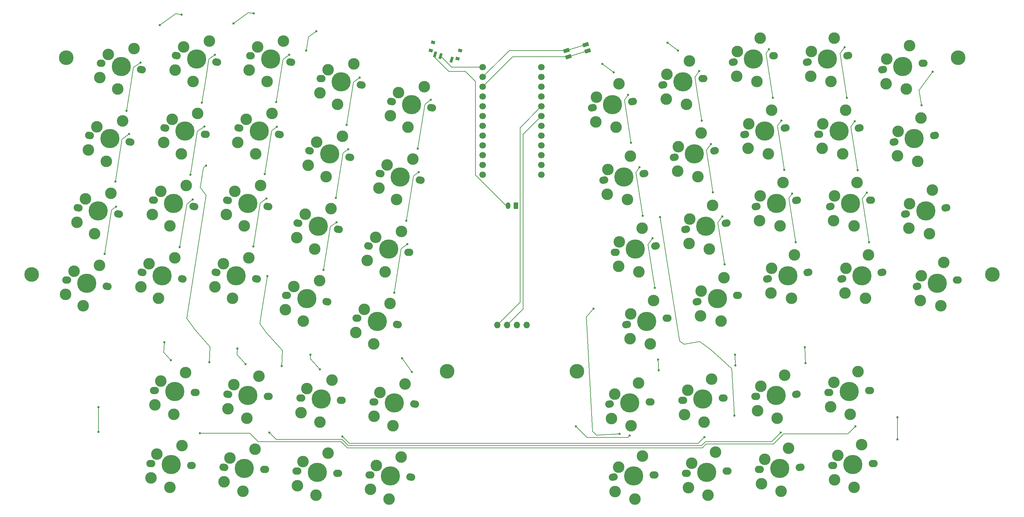
<source format=gbr>
%TF.GenerationSoftware,KiCad,Pcbnew,9.0.2-9.0.2-0~ubuntu24.04.1*%
%TF.CreationDate,2025-06-01T16:16:24+02:00*%
%TF.ProjectId,gandalf,67616e64-616c-4662-9e6b-696361645f70,v1.0.0*%
%TF.SameCoordinates,Original*%
%TF.FileFunction,Copper,L1,Top*%
%TF.FilePolarity,Positive*%
%FSLAX46Y46*%
G04 Gerber Fmt 4.6, Leading zero omitted, Abs format (unit mm)*
G04 Created by KiCad (PCBNEW 9.0.2-9.0.2-0~ubuntu24.04.1) date 2025-06-01 16:16:24*
%MOMM*%
%LPD*%
G01*
G04 APERTURE LIST*
G04 Aperture macros list*
%AMRoundRect*
0 Rectangle with rounded corners*
0 $1 Rounding radius*
0 $2 $3 $4 $5 $6 $7 $8 $9 X,Y pos of 4 corners*
0 Add a 4 corners polygon primitive as box body*
4,1,4,$2,$3,$4,$5,$6,$7,$8,$9,$2,$3,0*
0 Add four circle primitives for the rounded corners*
1,1,$1+$1,$2,$3*
1,1,$1+$1,$4,$5*
1,1,$1+$1,$6,$7*
1,1,$1+$1,$8,$9*
0 Add four rect primitives between the rounded corners*
20,1,$1+$1,$2,$3,$4,$5,0*
20,1,$1+$1,$4,$5,$6,$7,0*
20,1,$1+$1,$6,$7,$8,$9,0*
20,1,$1+$1,$8,$9,$2,$3,0*%
%AMRotRect*
0 Rectangle, with rotation*
0 The origin of the aperture is its center*
0 $1 length*
0 $2 width*
0 $3 Rotation angle, in degrees counterclockwise*
0 Add horizontal line*
21,1,$1,$2,0,0,$3*%
G04 Aperture macros list end*
%TA.AperFunction,ComponentPad*%
%ADD10C,3.800000*%
%TD*%
%TA.AperFunction,ComponentPad*%
%ADD11C,1.700000*%
%TD*%
%TA.AperFunction,SMDPad,CuDef*%
%ADD12RotRect,0.700000X1.500000X163.000000*%
%TD*%
%TA.AperFunction,SMDPad,CuDef*%
%ADD13RotRect,1.000000X0.800000X163.000000*%
%TD*%
%TA.AperFunction,SMDPad,CuDef*%
%ADD14RotRect,1.550000X1.000000X197.000000*%
%TD*%
%TA.AperFunction,ComponentPad*%
%ADD15O,1.700000X1.700000*%
%TD*%
%TA.AperFunction,ComponentPad*%
%ADD16O,1.200000X1.750000*%
%TD*%
%TA.AperFunction,ComponentPad*%
%ADD17RoundRect,0.240000X-0.360000X-0.635000X0.360000X-0.635000X0.360000X0.635000X-0.360000X0.635000X0*%
%TD*%
%TA.AperFunction,ComponentPad*%
%ADD18C,1.900000*%
%TD*%
%TA.AperFunction,ComponentPad*%
%ADD19C,3.000000*%
%TD*%
%TA.AperFunction,ComponentPad*%
%ADD20C,5.000000*%
%TD*%
%TA.AperFunction,ViaPad*%
%ADD21C,0.600000*%
%TD*%
%TA.AperFunction,Conductor*%
%ADD22C,0.200000*%
%TD*%
G04 APERTURE END LIST*
D10*
%TO.P,H1,*%
%TO.N,*%
X77540174Y-51444051D03*
%TD*%
D11*
%TO.P,MCU1,12*%
%TO.N,RUP*%
X200942077Y-81865994D03*
%TO.P,MCU1,13*%
%TO.N,LUP*%
X185702077Y-81865995D03*
%TO.P,MCU1,11*%
%TO.N,RBO*%
X200942077Y-79325997D03*
%TO.P,MCU1,14*%
%TO.N,LBO*%
X185702077Y-79325997D03*
%TO.P,MCU1,10*%
%TO.N,RHO*%
X200942077Y-76785995D03*
%TO.P,MCU1,15*%
%TO.N,LHO*%
X185702077Y-76785995D03*
%TO.P,MCU1,9*%
%TO.N,RTO*%
X200942077Y-74245995D03*
%TO.P,MCU1,16*%
%TO.N,LTO*%
X185702077Y-74245995D03*
%TO.P,MCU1,8*%
%TO.N,RNU*%
X200942077Y-71705995D03*
%TO.P,MCU1,17*%
%TO.N,LNU*%
X185702078Y-71705995D03*
%TO.P,MCU1,7*%
%TO.N,CIN*%
X200942077Y-69165995D03*
%TO.P,MCU1,18*%
%TO.N,CMI*%
X185702077Y-69165995D03*
%TO.P,MCU1,6*%
%TO.N,SCL*%
X200942077Y-66625995D03*
%TO.P,MCU1,19*%
%TO.N,CRN*%
X185702077Y-66625995D03*
%TO.P,MCU1,5*%
%TO.N,SDA*%
X200942077Y-64085995D03*
%TO.P,MCU1,20*%
%TO.N,CPN*%
X185702077Y-64085995D03*
%TO.P,MCU1,4*%
%TO.N,GND*%
X200942076Y-61545995D03*
%TO.P,MCU1,21*%
%TO.N,VCC*%
X185702077Y-61545995D03*
%TO.P,MCU1,3*%
%TO.N,GND*%
X200942077Y-59005995D03*
%TO.P,MCU1,22*%
%TO.N,RST*%
X185702077Y-59005995D03*
%TO.P,MCU1,2*%
%TO.N,CID*%
X200942077Y-56465995D03*
%TO.P,MCU1,23*%
%TO.N,GND*%
X185702077Y-56465995D03*
%TO.P,MCU1,1*%
%TO.N,CLO*%
X200942077Y-53925993D03*
%TO.P,MCU1,24*%
%TO.N,RAW*%
X185702077Y-53925993D03*
%TD*%
D10*
%TO.P,H3,*%
%TO.N,*%
X68623409Y-107742294D03*
%TD*%
%TO.P,H6,*%
%TO.N,*%
X210132652Y-132929799D03*
%TD*%
D12*
%TO.P,PWR1,3*%
%TO.N,BAT_P*%
X173360548Y-50599662D03*
%TO.P,PWR1,2*%
%TO.N,RAW*%
X174795017Y-51038217D03*
%TO.P,PWR1,1*%
%TO.N,N/C*%
X177663923Y-51915336D03*
D13*
%TO.P,PWR1,*%
%TO.N,*%
X179838934Y-49589621D03*
X179192788Y-51703051D03*
X172211768Y-49568744D03*
X172857910Y-47455306D03*
%TD*%
D14*
%TO.P,RST1,4*%
%TO.N,RST*%
X207957717Y-51178639D03*
%TO.P,RST1,3*%
%TO.N,GND*%
X207460690Y-49552918D03*
%TO.P,RST1,2*%
%TO.N,RST*%
X212978316Y-49643686D03*
%TO.P,RST1,1*%
%TO.N,GND*%
X212481289Y-48017965D03*
%TD*%
D15*
%TO.P,DISP1,4*%
%TO.N,GND*%
X197132074Y-120858148D03*
%TO.P,DISP1,3*%
%TO.N,VCC*%
X194592074Y-120858150D03*
%TO.P,DISP1,2*%
%TO.N,SCL*%
X192052074Y-120858150D03*
%TO.P,DISP1,1*%
%TO.N,SDA*%
X189512074Y-120858148D03*
%TD*%
D10*
%TO.P,H2,*%
%TO.N,*%
X309103977Y-51444049D03*
%TD*%
D16*
%TO.P,JST1,2*%
%TO.N,BAT_P*%
X192322071Y-89873309D03*
D17*
%TO.P,JST1,1*%
%TO.N,GND*%
X194322071Y-89873309D03*
%TD*%
D10*
%TO.P,H4,*%
%TO.N,*%
X318020734Y-107742287D03*
%TD*%
%TO.P,H5,*%
%TO.N,*%
X176511493Y-132929800D03*
%TD*%
D18*
%TO.P,S31,*%
%TO.N,*%
X253538829Y-71381823D03*
X253953659Y-71316120D03*
D19*
X254619303Y-75007438D03*
X254810679Y-68608721D03*
X259901901Y-76398179D03*
D20*
X258971115Y-70521434D03*
D19*
X260685157Y-65106633D03*
D18*
X263988571Y-69726748D03*
X264403401Y-69661045D03*
%TD*%
%TO.P,S16,*%
%TO.N,*%
X143509777Y-56830288D03*
X143924606Y-56895992D03*
D19*
X143416991Y-60612337D03*
X145576313Y-54585934D03*
X148011277Y-63567423D03*
D20*
X148942062Y-57690678D03*
D19*
X152245477Y-53070565D03*
D18*
X153959518Y-58485364D03*
X154374347Y-58551068D03*
%TD*%
%TO.P,S15,*%
%TO.N,*%
X140537524Y-75596364D03*
X140952353Y-75662068D03*
D19*
X140444738Y-79378413D03*
X142604060Y-73352010D03*
X145039024Y-82333499D03*
D20*
X145969809Y-76456754D03*
D19*
X149273224Y-71836641D03*
D18*
X150987265Y-77251440D03*
X151402094Y-77317144D03*
%TD*%
%TO.P,S14,*%
%TO.N,*%
X137565269Y-94362447D03*
X137980098Y-94428151D03*
D19*
X137472483Y-98144496D03*
X139631805Y-92118093D03*
X142066769Y-101099582D03*
D20*
X142997554Y-95222837D03*
D19*
X146300969Y-90602724D03*
D18*
X148015010Y-96017523D03*
X148429839Y-96083227D03*
%TD*%
%TO.P,S13,*%
%TO.N,*%
X134593011Y-113128519D03*
X135007840Y-113194223D03*
D19*
X134500225Y-116910568D03*
X136659547Y-110884165D03*
X139094511Y-119865654D03*
D20*
X140025296Y-113988909D03*
D19*
X143328711Y-109368796D03*
D18*
X145042752Y-114783595D03*
X145457581Y-114849299D03*
%TD*%
%TO.P,S12,*%
%TO.N,*%
X125212999Y-50894970D03*
X125627828Y-50960674D03*
D19*
X125120213Y-54677019D03*
X127279535Y-48650616D03*
X129714499Y-57632105D03*
D20*
X130645284Y-51755360D03*
D19*
X133948699Y-47135247D03*
D18*
X135662740Y-52550046D03*
X136077569Y-52615750D03*
%TD*%
%TO.P,S11,*%
%TO.N,*%
X122240746Y-69661043D03*
X122655575Y-69726747D03*
D19*
X122147960Y-73443092D03*
X124307282Y-67416689D03*
X126742246Y-76398178D03*
D20*
X127673031Y-70521433D03*
D19*
X130976446Y-65901320D03*
D18*
X132690487Y-71316119D03*
X133105316Y-71381823D03*
%TD*%
%TO.P,S10,*%
%TO.N,*%
X119268496Y-88427127D03*
X119683325Y-88492831D03*
D19*
X119175710Y-92209176D03*
X121335032Y-86182773D03*
X123769996Y-95164262D03*
D20*
X124700781Y-89287517D03*
D19*
X128004196Y-84667404D03*
D18*
X129718237Y-90082203D03*
X130133066Y-90147907D03*
%TD*%
%TO.P,S9,*%
%TO.N,*%
X116296239Y-107193201D03*
X116711068Y-107258905D03*
D19*
X116203453Y-110975250D03*
X118362775Y-104948847D03*
X120797739Y-113930336D03*
D20*
X121728524Y-108053591D03*
D19*
X125031939Y-103433478D03*
D18*
X126745980Y-108848277D03*
X127160809Y-108913981D03*
%TD*%
%TO.P,S46,*%
%TO.N,*%
X138260135Y-139841411D03*
X138679559Y-139863392D03*
D19*
X138563189Y-143612441D03*
X140080751Y-137393339D03*
X143441198Y-146071105D03*
D20*
X143752597Y-140129259D03*
D19*
X146554983Y-135189154D03*
D18*
X148825635Y-140395126D03*
X149245059Y-140417107D03*
%TD*%
%TO.P,S44,*%
%TO.N,*%
X119286178Y-138847028D03*
X119705602Y-138869009D03*
D19*
X119589232Y-142618058D03*
X121106794Y-136398956D03*
X124467241Y-145076722D03*
D20*
X124778640Y-139134876D03*
D19*
X127581026Y-134194771D03*
D18*
X129851678Y-139400743D03*
X130271102Y-139422724D03*
%TD*%
%TO.P,S50,*%
%TO.N,*%
X275347015Y-138428338D03*
X275766439Y-138406357D03*
D19*
X276042589Y-142147030D03*
X276901765Y-135803371D03*
X281150877Y-144082332D03*
D20*
X280839477Y-138140490D03*
D19*
X283110130Y-132934518D03*
D18*
X285912515Y-137874623D03*
X286331939Y-137852642D03*
%TD*%
%TO.P,S43,*%
%TO.N,*%
X118291783Y-157820985D03*
X118711207Y-157842966D03*
D19*
X118594837Y-161592015D03*
X120112399Y-155372913D03*
X123472846Y-164050679D03*
D20*
X123784245Y-158108833D03*
D19*
X126586631Y-153168728D03*
D18*
X128857283Y-158374700D03*
X129276707Y-158396681D03*
%TD*%
%TO.P,S30,*%
%TO.N,*%
X256511082Y-90147899D03*
X256925912Y-90082196D03*
D19*
X257591556Y-93773514D03*
X257782932Y-87374797D03*
X262874154Y-95164255D03*
D20*
X261943368Y-89287510D03*
D19*
X263657410Y-83872709D03*
D18*
X266960824Y-88492824D03*
X267375654Y-88427121D03*
%TD*%
%TO.P,S29,*%
%TO.N,*%
X259483340Y-108913975D03*
X259898170Y-108848272D03*
D19*
X260563814Y-112539590D03*
X260755190Y-106140873D03*
X265846412Y-113930331D03*
D20*
X264915626Y-108053586D03*
D19*
X266629668Y-102638785D03*
D18*
X269933082Y-107258900D03*
X270347912Y-107193197D03*
%TD*%
%TO.P,S28,*%
%TO.N,*%
X269801955Y-52606554D03*
X270216785Y-52540851D03*
D19*
X270882429Y-56232169D03*
X271073805Y-49833452D03*
X276165027Y-57622910D03*
D20*
X275234241Y-51746165D03*
D19*
X276948283Y-46331364D03*
D18*
X280251697Y-50951479D03*
X280666527Y-50885776D03*
%TD*%
%TO.P,S27,*%
%TO.N,*%
X272774211Y-71372630D03*
X273189041Y-71306927D03*
D19*
X273854685Y-74998245D03*
X274046061Y-68599528D03*
X279137283Y-76388986D03*
D20*
X278206497Y-70512241D03*
D19*
X279920539Y-65097440D03*
D18*
X283223953Y-69717555D03*
X283638783Y-69651852D03*
%TD*%
%TO.P,S23,*%
%TO.N,*%
X292322459Y-73338822D03*
X292737289Y-73273119D03*
D19*
X293402933Y-76964437D03*
X293594309Y-70565720D03*
X298685531Y-78355178D03*
D20*
X297754745Y-72478433D03*
D19*
X299468787Y-67063632D03*
D18*
X302772201Y-71683747D03*
X303187031Y-71618044D03*
%TD*%
%TO.P,S39,*%
%TO.N,*%
X216945281Y-83252467D03*
X217360111Y-83186764D03*
D19*
X218025755Y-86878082D03*
X218217131Y-80479365D03*
X223308353Y-88268823D03*
D20*
X222377567Y-82392078D03*
D19*
X224091609Y-76977277D03*
D18*
X227395023Y-81597392D03*
X227809853Y-81531689D03*
%TD*%
%TO.P,S8,*%
%TO.N,*%
X105977624Y-50885773D03*
X106392453Y-50951477D03*
D19*
X105884838Y-54667822D03*
X108044160Y-48641419D03*
X110479124Y-57622908D03*
D20*
X111409909Y-51746163D03*
D19*
X114713324Y-47126050D03*
D18*
X116427365Y-52540849D03*
X116842194Y-52606553D03*
%TD*%
%TO.P,S49,*%
%TO.N,*%
X276341404Y-157402303D03*
X276760828Y-157380322D03*
D19*
X277036978Y-161120995D03*
X277896154Y-154777336D03*
X282145266Y-163056297D03*
D20*
X281833866Y-157114455D03*
D19*
X284104519Y-151908483D03*
D18*
X286906904Y-156848588D03*
X287326328Y-156826607D03*
%TD*%
%TO.P,S56,*%
%TO.N,*%
X218425137Y-141411484D03*
X218844561Y-141389503D03*
D19*
X219120711Y-145130176D03*
X219979887Y-138786517D03*
X224228999Y-147065478D03*
D20*
X223917599Y-141123636D03*
D19*
X226188252Y-135917664D03*
D18*
X228990637Y-140857769D03*
X229410061Y-140835788D03*
%TD*%
%TO.P,S7,*%
%TO.N,*%
X103005366Y-69651851D03*
X103420195Y-69717555D03*
D19*
X102912580Y-73433900D03*
X105071902Y-67407497D03*
X107506866Y-76388986D03*
D20*
X108437651Y-70512241D03*
D19*
X111741066Y-65892128D03*
D18*
X113455107Y-71306927D03*
X113869936Y-71372631D03*
%TD*%
%TO.P,S6,*%
%TO.N,*%
X100033114Y-88417924D03*
X100447943Y-88483628D03*
D19*
X99940328Y-92199973D03*
X102099650Y-86173570D03*
X104534614Y-95155059D03*
D20*
X105465399Y-89278314D03*
D19*
X108768814Y-84658201D03*
D18*
X110482855Y-90073000D03*
X110897684Y-90138704D03*
%TD*%
%TO.P,S5,*%
%TO.N,*%
X97060858Y-107184011D03*
X97475687Y-107249715D03*
D19*
X96968072Y-110966060D03*
X99127394Y-104939657D03*
X101562358Y-113921146D03*
D20*
X102493143Y-108044401D03*
D19*
X105796558Y-103424288D03*
D18*
X107510599Y-108839087D03*
X107925428Y-108904791D03*
%TD*%
%TO.P,S4,*%
%TO.N,*%
X86429372Y-52851961D03*
X86844201Y-52917665D03*
D19*
X86336586Y-56634010D03*
X88495908Y-50607607D03*
X90930872Y-59589096D03*
D20*
X91861657Y-53712351D03*
D19*
X95165072Y-49092238D03*
D18*
X96879113Y-54507037D03*
X97293942Y-54572741D03*
%TD*%
%TO.P,S55,*%
%TO.N,*%
X219419518Y-160385447D03*
X219838942Y-160363466D03*
D19*
X220115092Y-164104139D03*
X220974268Y-157760480D03*
X225223380Y-166039441D03*
D20*
X224911980Y-160097599D03*
D19*
X227182633Y-154891627D03*
D18*
X229985018Y-159831732D03*
X230404442Y-159809751D03*
%TD*%
%TO.P,S26,*%
%TO.N,*%
X275746465Y-90138709D03*
X276161295Y-90073006D03*
D19*
X276826939Y-93764324D03*
X277018315Y-87365607D03*
X282109537Y-95155065D03*
D20*
X281178751Y-89278320D03*
D19*
X282892793Y-83863519D03*
D18*
X286196207Y-88483634D03*
X286611037Y-88417931D03*
%TD*%
%TO.P,S3,*%
%TO.N,*%
X83457111Y-71618045D03*
X83871940Y-71683749D03*
D19*
X83364325Y-75400094D03*
X85523647Y-69373691D03*
X87958611Y-78355180D03*
D20*
X88889396Y-72478435D03*
D19*
X92192811Y-67858322D03*
D18*
X93906852Y-73273121D03*
X94321681Y-73338825D03*
%TD*%
%TO.P,S2,*%
%TO.N,*%
X80484857Y-90384124D03*
X80899686Y-90449828D03*
D19*
X80392071Y-94166173D03*
X82551393Y-88139770D03*
X84986357Y-97121259D03*
D20*
X85917142Y-91244514D03*
D19*
X89220557Y-86624401D03*
D18*
X90934598Y-92039200D03*
X91349427Y-92104904D03*
%TD*%
%TO.P,S1,*%
%TO.N,*%
X77512603Y-109150193D03*
X77927432Y-109215897D03*
D19*
X77419817Y-112932242D03*
X79579139Y-106905839D03*
X82014103Y-115887328D03*
D20*
X82944888Y-110010583D03*
D19*
X86248303Y-105390470D03*
D18*
X87962344Y-110805269D03*
X88377173Y-110870973D03*
%TD*%
%TO.P,S25,*%
%TO.N,*%
X278718722Y-108904791D03*
X279133552Y-108839088D03*
D19*
X279799196Y-112530406D03*
X279990572Y-106131689D03*
X285081794Y-113921147D03*
D20*
X284151008Y-108044402D03*
D19*
X285865050Y-102629601D03*
D18*
X289168464Y-107249716D03*
X289583294Y-107184013D03*
%TD*%
%TO.P,S24,*%
%TO.N,*%
X289350207Y-54572739D03*
X289765037Y-54507036D03*
D19*
X290430681Y-58198354D03*
X290622057Y-51799637D03*
X295713279Y-59589095D03*
D20*
X294782493Y-53712350D03*
D19*
X296496535Y-48297549D03*
D18*
X299799949Y-52917664D03*
X300214779Y-52851961D03*
%TD*%
%TO.P,S22,*%
%TO.N,*%
X295294721Y-92104902D03*
X295709551Y-92039199D03*
D19*
X296375195Y-95730517D03*
X296566571Y-89331800D03*
X301657793Y-97121258D03*
D20*
X300727007Y-91244513D03*
D19*
X302441049Y-85829712D03*
D18*
X305744463Y-90449827D03*
X306159293Y-90384124D03*
%TD*%
%TO.P,S21,*%
%TO.N,*%
X298266974Y-110870977D03*
X298681804Y-110805274D03*
D19*
X299347448Y-114496592D03*
X299538824Y-108097875D03*
X304630046Y-115887333D03*
D20*
X303699260Y-110010588D03*
D19*
X305413302Y-104595787D03*
D18*
X308716716Y-109215902D03*
X309131546Y-109150199D03*
%TD*%
%TO.P,S20,*%
%TO.N,*%
X161806554Y-62765609D03*
X162221383Y-62831313D03*
D19*
X161713768Y-66547658D03*
X163873090Y-60521255D03*
X166308054Y-69502744D03*
D20*
X167238839Y-63625999D03*
D19*
X170542254Y-59005886D03*
D18*
X172256295Y-64420685D03*
X172671124Y-64486389D03*
%TD*%
%TO.P,S38,*%
%TO.N,*%
X219917535Y-102018539D03*
X220332365Y-101952836D03*
D19*
X220998009Y-105644154D03*
X221189385Y-99245437D03*
X226280607Y-107034895D03*
D20*
X225349821Y-101158150D03*
D19*
X227063863Y-95743349D03*
D18*
X230367277Y-100363464D03*
X230782107Y-100297761D03*
%TD*%
%TO.P,S45,*%
%TO.N,*%
X137265753Y-158815373D03*
X137685177Y-158837354D03*
D19*
X137568807Y-162586403D03*
X139086369Y-156367301D03*
X142446816Y-165045067D03*
D20*
X142758215Y-159103221D03*
D19*
X145560601Y-154163116D03*
D18*
X147831253Y-159369088D03*
X148250677Y-159391069D03*
%TD*%
%TO.P,S37,*%
%TO.N,*%
X222889794Y-120784621D03*
X223304624Y-120718918D03*
D19*
X223970268Y-124410236D03*
X224161644Y-118011519D03*
X229252866Y-125800977D03*
D20*
X228322080Y-119924232D03*
D19*
X230036122Y-114509431D03*
D18*
X233339536Y-119129546D03*
X233754366Y-119063843D03*
%TD*%
%TO.P,S48,*%
%TO.N,*%
X157234093Y-140835797D03*
X157653517Y-140857778D03*
D19*
X157537147Y-144606827D03*
X159054709Y-138387725D03*
X162415156Y-147065491D03*
D20*
X162726555Y-141123645D03*
D19*
X165528941Y-136183540D03*
D18*
X167799593Y-141389512D03*
X168219017Y-141411493D03*
%TD*%
%TO.P,S42,*%
%TO.N,*%
X100312206Y-137852644D03*
X100731630Y-137874625D03*
D19*
X100615260Y-141623674D03*
X102132822Y-135404572D03*
X105493269Y-144082338D03*
D20*
X105804668Y-138140492D03*
D19*
X108607054Y-133200387D03*
D18*
X110877706Y-138406359D03*
X111297130Y-138428340D03*
%TD*%
%TO.P,S54,*%
%TO.N,*%
X237399093Y-140417109D03*
X237818517Y-140395128D03*
D19*
X238094667Y-144135801D03*
X238953843Y-137792142D03*
X243202955Y-146071103D03*
D20*
X242891555Y-140129261D03*
D19*
X245162208Y-134923289D03*
D18*
X247964593Y-139863394D03*
X248384017Y-139841413D03*
%TD*%
%TO.P,S41,*%
%TO.N,*%
X99317827Y-156826601D03*
X99737251Y-156848582D03*
D19*
X99620881Y-160597631D03*
X101138443Y-154378529D03*
X104498890Y-163056295D03*
D20*
X104810289Y-157114449D03*
D19*
X107612675Y-152174344D03*
D18*
X109883327Y-157380316D03*
X110302751Y-157402297D03*
%TD*%
%TO.P,S19,*%
%TO.N,*%
X158834299Y-81531682D03*
X159249128Y-81597386D03*
D19*
X158741513Y-85313731D03*
X160900835Y-79287328D03*
X163335799Y-88268817D03*
D20*
X164266584Y-82392072D03*
D19*
X167569999Y-77771959D03*
D18*
X169284040Y-83186758D03*
X169698869Y-83252462D03*
%TD*%
%TO.P,S18,*%
%TO.N,*%
X155862045Y-100297762D03*
X156276874Y-100363466D03*
D19*
X155769259Y-104079811D03*
X157928581Y-98053408D03*
X160363545Y-107034897D03*
D20*
X161294330Y-101158152D03*
D19*
X164597745Y-96538039D03*
D18*
X166311786Y-101952838D03*
X166726615Y-102018542D03*
%TD*%
%TO.P,S47,*%
%TO.N,*%
X156239711Y-159809750D03*
X156659135Y-159831731D03*
D19*
X156542765Y-163580780D03*
X158060327Y-157361678D03*
X161420774Y-166039444D03*
D20*
X161732173Y-160097598D03*
D19*
X164534559Y-155157493D03*
D18*
X166805211Y-160363465D03*
X167224635Y-160385446D03*
%TD*%
%TO.P,S53,*%
%TO.N,*%
X238393478Y-159391067D03*
X238812902Y-159369086D03*
D19*
X239089052Y-163109759D03*
X239948228Y-156766100D03*
X244197340Y-165045061D03*
D20*
X243885940Y-159103219D03*
D19*
X246156593Y-153897247D03*
D18*
X248958978Y-158837352D03*
X249378402Y-158815371D03*
%TD*%
%TO.P,S36,*%
%TO.N,*%
X232269800Y-58551065D03*
X232684630Y-58485362D03*
D19*
X233350274Y-62176680D03*
X233541650Y-55777963D03*
X238632872Y-63567421D03*
D20*
X237702086Y-57690676D03*
D19*
X239416128Y-52275875D03*
D18*
X242719542Y-56895990D03*
X243134372Y-56830287D03*
%TD*%
%TO.P,S52,*%
%TO.N,*%
X256373058Y-139422721D03*
X256792482Y-139400740D03*
D19*
X257068632Y-143141413D03*
X257927808Y-136797754D03*
X262176920Y-145076715D03*
D20*
X261865520Y-139134873D03*
D19*
X264136173Y-133928901D03*
D18*
X266938558Y-138869006D03*
X267357982Y-138847025D03*
%TD*%
%TO.P,S40,*%
%TO.N,*%
X213973028Y-64486382D03*
X214387858Y-64420679D03*
D19*
X215053502Y-68111997D03*
X215244878Y-61713280D03*
X220336100Y-69502738D03*
D20*
X219405314Y-63625993D03*
D19*
X221119356Y-58211192D03*
D18*
X224422770Y-62831307D03*
X224837600Y-62765604D03*
%TD*%
%TO.P,S17,*%
%TO.N,*%
X152889785Y-119063841D03*
X153304614Y-119129545D03*
D19*
X152796999Y-122845890D03*
X154956321Y-116819487D03*
X157391285Y-125800976D03*
D20*
X158322070Y-119924231D03*
D19*
X161625485Y-115304118D03*
D18*
X163339526Y-120718917D03*
X163754355Y-120784621D03*
%TD*%
%TO.P,S51,*%
%TO.N,*%
X257367433Y-158396687D03*
X257786857Y-158374706D03*
D19*
X258063007Y-162115379D03*
X258922183Y-155771720D03*
X263171295Y-164050681D03*
D20*
X262859895Y-158108839D03*
D19*
X265130548Y-152902867D03*
D18*
X267932933Y-157842972D03*
X268352357Y-157820991D03*
%TD*%
%TO.P,S35,*%
%TO.N,*%
X235242054Y-77317143D03*
X235656884Y-77251440D03*
D19*
X236322528Y-80942758D03*
X236513904Y-74544041D03*
X241605126Y-82333499D03*
D20*
X240674340Y-76456754D03*
D19*
X242388382Y-71041953D03*
D18*
X245691796Y-75662068D03*
X246106626Y-75596365D03*
%TD*%
%TO.P,S32,*%
%TO.N,*%
X250566576Y-52615741D03*
X250981406Y-52550038D03*
D19*
X251647050Y-56241356D03*
X251838426Y-49842639D03*
X256929648Y-57632097D03*
D20*
X255998862Y-51755352D03*
D19*
X257712904Y-46340551D03*
D18*
X261016318Y-50960666D03*
X261431148Y-50894963D03*
%TD*%
%TO.P,S34,*%
%TO.N,*%
X238214309Y-96083222D03*
X238629139Y-96017519D03*
D19*
X239294783Y-99708837D03*
X239486159Y-93310120D03*
X244577381Y-101099578D03*
D20*
X243646595Y-95222833D03*
D19*
X245360637Y-89808032D03*
D18*
X248664051Y-94428147D03*
X249078881Y-94362444D03*
%TD*%
%TO.P,S33,*%
%TO.N,*%
X241186564Y-114849298D03*
X241601394Y-114783595D03*
D19*
X242267038Y-118474913D03*
X242458414Y-112076196D03*
X247549636Y-119865654D03*
D20*
X246618850Y-113988909D03*
D19*
X248332892Y-108574108D03*
D18*
X251636306Y-113194223D03*
X252051136Y-113128520D03*
%TD*%
D21*
%TO.N,CPN*%
X293400000Y-150600000D03*
X86000000Y-142200000D03*
X293400000Y-144800000D03*
X86000000Y-148600000D03*
%TO.N,CRN*%
X282487237Y-147189205D03*
X112287237Y-148989206D03*
%TO.N,CMI*%
X130287237Y-148789208D03*
X263087237Y-148789208D03*
%TO.N,CID*%
X243287237Y-149989207D03*
X149287237Y-149789206D03*
%TO.N,CIN*%
X209934922Y-147236892D03*
X223887238Y-149589206D03*
%TO.N,CRN*%
X107084003Y-100675088D03*
X110469125Y-88251684D03*
%TO.N,CPN*%
X87567038Y-102443739D03*
X90525801Y-90155297D03*
%TO.N,CRN*%
X113472672Y-69288069D03*
%TO.N,CIN*%
X219718766Y-55223704D03*
%TO.N,CPN*%
X93924420Y-71254256D03*
X93251437Y-65275369D03*
X90341753Y-83646372D03*
X96865387Y-52685714D03*
%TO.N,CRN*%
X109858718Y-81877721D03*
X116216101Y-50688244D03*
X112830972Y-63111644D03*
%TO.N,CMI*%
X126153133Y-100455453D03*
X129538258Y-88032051D03*
X132281690Y-69432223D03*
X132097642Y-62923298D03*
X129125386Y-81689379D03*
X135451480Y-50697431D03*
%TO.N,CID*%
X144418619Y-106588315D03*
X147803744Y-94164907D03*
X150807289Y-75201292D03*
X147588416Y-87853518D03*
X153748257Y-56632750D03*
X150394418Y-68858618D03*
%TO.N,CIN*%
X166131813Y-99902691D03*
X162715398Y-112523630D03*
X169104064Y-81136614D03*
X172273853Y-62401820D03*
X165885189Y-93788839D03*
X168857442Y-75022762D03*
X167337435Y-133051426D03*
X164760548Y-129504644D03*
%TO.N,CRN*%
X103062465Y-125385129D03*
%TO.N,CMI*%
X122047549Y-126974621D03*
%TO.N,CRN*%
X104751881Y-129995756D03*
%TO.N,LBO*%
X133512414Y-131503029D03*
%TO.N,CMI*%
X124125296Y-131011074D03*
%TO.N,CID*%
X141032636Y-128564116D03*
X143477775Y-132425845D03*
%TO.N,LHO*%
X114738177Y-130519115D03*
X113907410Y-79508601D03*
%TO.N,LBO*%
X129822705Y-108150937D03*
%TO.N,CMI*%
X142527650Y-44555462D03*
%TO.N,CRN*%
X120974572Y-42559240D03*
X126247351Y-39951986D03*
%TO.N,CPN*%
X107573294Y-40234192D03*
%TO.N,CMI*%
X139905063Y-49607395D03*
%TO.N,CPN*%
X101874155Y-42976412D03*
%TO.N,CIN*%
X231249503Y-129856988D03*
X231396042Y-132653152D03*
%TO.N,RBO*%
X214527593Y-116650229D03*
X221237359Y-149143599D03*
%TO.N,CMI*%
X269323216Y-126596080D03*
X269543023Y-130790323D03*
%TO.N,RHO*%
X251028772Y-144377904D03*
%TO.N,CID*%
X251200491Y-128547222D03*
X251347030Y-131343386D03*
X233689344Y-47543670D03*
%TO.N,CIN*%
X230413371Y-111240357D03*
X229793770Y-98378938D03*
X223485474Y-61106893D03*
X226457729Y-79872972D03*
X227243576Y-92505566D03*
X224240038Y-73541950D03*
%TO.N,CID*%
X248481319Y-105138786D03*
X247924297Y-92672441D03*
%TO.N,RHO*%
X231745838Y-92804942D03*
%TO.N,CID*%
X244952043Y-73906366D03*
X245509065Y-86372709D03*
X241948499Y-54942747D03*
X242568097Y-67804168D03*
%TO.N,CMI*%
X266023534Y-86768409D03*
X267006922Y-99369716D03*
X263217530Y-67773505D03*
X264034666Y-80603639D03*
%TO.N,CRN*%
X286044763Y-99391814D03*
%TO.N,CMI*%
X260079023Y-49236254D03*
X261062411Y-61837560D03*
%TO.N,CIN*%
X216744048Y-53062441D03*
%TO.N,CRN*%
X285425167Y-86530396D03*
X279646908Y-48769413D03*
X282286661Y-67993142D03*
X283072509Y-80625735D03*
X280297791Y-61828373D03*
%TO.N,CPN*%
X299648504Y-63825844D03*
X302514034Y-55069775D03*
%TO.N,CID*%
X236435240Y-49538680D03*
%TD*%
D22*
%TO.N,CPN*%
X293400000Y-150600000D02*
X293400000Y-144800000D01*
X86000000Y-142200000D02*
X86000000Y-148600000D01*
%TO.N,CRN*%
X280487237Y-149189207D02*
X282487237Y-147189205D01*
X267487237Y-149189208D02*
X280487237Y-149189207D01*
X177287236Y-152789205D02*
X230687236Y-152789205D01*
X132337179Y-151191208D02*
X148989352Y-151191207D01*
X151486237Y-152790207D02*
X151487237Y-152789208D01*
X151487237Y-152789208D02*
X177287236Y-152789205D01*
X230687236Y-152789205D02*
X230688237Y-152790206D01*
X230688237Y-152790206D02*
X242736179Y-152790207D01*
X243736179Y-151790205D02*
X261219024Y-151790208D01*
X242736179Y-152790207D02*
X243736179Y-151790205D01*
X125236952Y-148989206D02*
X127438951Y-151191207D01*
X127438951Y-151191207D02*
X132337179Y-151191208D01*
X263820022Y-149189207D02*
X267487237Y-149189208D01*
X261219024Y-151790208D02*
X263820022Y-149189207D01*
X148989352Y-151191207D02*
X150588353Y-152790206D01*
X112287237Y-148989206D02*
X125236952Y-148989206D01*
X150588353Y-152790206D02*
X151486237Y-152790207D01*
%TO.N,CMI*%
X130287237Y-148789208D02*
X132088237Y-150590207D01*
X132088237Y-150590207D02*
X149238295Y-150590207D01*
X149238295Y-150590207D02*
X150837295Y-152189208D01*
X243487237Y-151189206D02*
X260687237Y-151189206D01*
X150837295Y-152189208D02*
X242487237Y-152189206D01*
X242487237Y-152189206D02*
X243487237Y-151189206D01*
X260687237Y-151189206D02*
X263087237Y-148789208D01*
%TO.N,CID*%
X149287237Y-149789206D02*
X151087237Y-151589207D01*
X151087237Y-151589207D02*
X241687236Y-151589206D01*
X241687236Y-151589206D02*
X243287237Y-149989207D01*
%TO.N,CIN*%
X209934922Y-147236892D02*
X212768849Y-150070821D01*
X212768849Y-150070821D02*
X223405624Y-150070820D01*
X223405624Y-150070820D02*
X223887238Y-149589206D01*
%TO.N,BAT_P*%
X176877697Y-54998305D02*
X181219498Y-54998314D01*
X191798781Y-89873309D02*
X192322078Y-89873308D01*
%TO.N,RAW*%
X177682792Y-53925995D02*
X185702077Y-53925997D01*
%TO.N,BAT_P*%
X181219498Y-54998314D02*
X183819506Y-57598306D01*
X173360550Y-51481156D02*
X176877697Y-54998305D01*
%TO.N,RAW*%
X174795018Y-51038216D02*
X177682792Y-53925995D01*
%TO.N,BAT_P*%
X173360552Y-50599662D02*
X173360550Y-51481156D01*
X183819499Y-81894025D02*
X191798781Y-89873309D01*
X183819506Y-57598306D02*
X183819499Y-81894025D01*
%TO.N,RST*%
X193529429Y-51178645D02*
X185702075Y-59005997D01*
X207957720Y-51178639D02*
X193529429Y-51178645D01*
%TO.N,GND*%
X207460690Y-49552929D02*
X192615148Y-49552922D01*
X192615148Y-49552922D02*
X185702074Y-56465994D01*
X207460691Y-49552925D02*
X212481287Y-48017966D01*
%TO.N,RST*%
X207957720Y-51178639D02*
X212978316Y-49643691D01*
%TO.N,SDA*%
X189512073Y-120858148D02*
X195423071Y-114947153D01*
%TO.N,SCL*%
X192052072Y-120858152D02*
X196210635Y-116699585D01*
%TO.N,SDA*%
X195423069Y-69605000D02*
X200942077Y-64086000D01*
X195423071Y-114947153D02*
X195423069Y-69605000D01*
%TO.N,SCL*%
X196210635Y-116699585D02*
X196210638Y-71357432D01*
X196210638Y-71357432D02*
X200942078Y-66625997D01*
%TO.N,CRN*%
X102927044Y-127969070D02*
X104751881Y-129995756D01*
X109858718Y-81877721D02*
X111642069Y-70618074D01*
X111642069Y-70618074D02*
X113472672Y-69288069D01*
%TO.N,CMI*%
X130908742Y-70429728D02*
X132281690Y-69432223D01*
%TO.N,CPN*%
X87567038Y-102443739D02*
X89381678Y-90986550D01*
X89381678Y-90986550D02*
X90525801Y-90155297D01*
X90341753Y-83646372D02*
X92093819Y-72584260D01*
X92093819Y-72584260D02*
X93924420Y-71254256D01*
X94158758Y-59546773D02*
X95034790Y-54015722D01*
X93251437Y-65275369D02*
X94158758Y-59546773D01*
X95034790Y-54015722D02*
X96865387Y-52685714D01*
%TO.N,CRN*%
X107084003Y-100675088D02*
X108867353Y-89415445D01*
X108867353Y-89415445D02*
X110469125Y-88251684D01*
X114614329Y-51851999D02*
X116216101Y-50688244D01*
X113863441Y-56592901D02*
X114614329Y-51851999D01*
%TO.N,CMI*%
X126153133Y-100455453D02*
X127936486Y-89195805D01*
X127936486Y-89195805D02*
X129538258Y-88032051D01*
%TO.N,CRN*%
X112830972Y-63111644D02*
X113863441Y-56592901D01*
%TO.N,CMI*%
X129125386Y-81689379D02*
X130908742Y-70429728D01*
X132097642Y-62923298D02*
X133849708Y-51861187D01*
X133849708Y-51861187D02*
X135451480Y-50697431D01*
%TO.N,CID*%
X146201976Y-95328664D02*
X147803744Y-94164907D01*
X144418619Y-106588315D02*
X146201976Y-95328664D01*
X149434340Y-76198799D02*
X150807289Y-75201292D01*
X147588416Y-87853518D02*
X149434340Y-76198799D01*
%TO.N,CIN*%
X170672083Y-63565579D02*
X172273853Y-62401820D01*
X228630016Y-99980712D02*
X229793770Y-98378938D01*
%TO.N,CID*%
X150394418Y-68858618D02*
X152146488Y-57796507D01*
X152146488Y-57796507D02*
X153748257Y-56632750D01*
%TO.N,CIN*%
X164530037Y-101066447D02*
X166131813Y-99902691D01*
X162715398Y-112523630D02*
X164530037Y-101066447D01*
X165885189Y-93788839D02*
X166948942Y-87072555D01*
X168857442Y-75022762D02*
X170672083Y-63565579D01*
X166948942Y-87072555D02*
X167731115Y-82134117D01*
X167731115Y-82134117D02*
X169104064Y-81136614D01*
%TO.N,CID*%
X140975870Y-129647198D02*
X143477775Y-132425845D01*
%TO.N,CIN*%
X167337435Y-133051426D02*
X164760548Y-129504644D01*
%TO.N,CRN*%
X103062465Y-125385129D02*
X102927044Y-127969070D01*
%TO.N,LHO*%
X113903734Y-87202751D02*
X112407478Y-85143330D01*
X112407478Y-85143330D02*
X113220935Y-80007349D01*
%TO.N,CMI*%
X121961927Y-128608409D02*
X124125296Y-131011074D01*
X122047549Y-126974621D02*
X121961927Y-128608409D01*
%TO.N,LHO*%
X114738177Y-130519115D02*
X114947523Y-126524598D01*
%TO.N,CID*%
X141032636Y-128564116D02*
X140975870Y-129647198D01*
%TO.N,LBO*%
X133512414Y-131503029D02*
X133721754Y-127508514D01*
%TO.N,LHO*%
X114947523Y-126524598D02*
X111162350Y-122320734D01*
X111162350Y-122320734D02*
X108846449Y-119133177D01*
%TO.N,LBO*%
X133721754Y-127508514D02*
X129558063Y-122884267D01*
%TO.N,LHO*%
X108866541Y-119006316D02*
X113903734Y-87202751D01*
X108846449Y-119133177D02*
X108866541Y-119006316D01*
X113220935Y-80007349D02*
X113907410Y-79508601D01*
%TO.N,LBO*%
X128070636Y-119213044D02*
X129822705Y-108150937D01*
X127859463Y-120546345D02*
X128070636Y-119213044D01*
X129558063Y-122884267D02*
X127859463Y-120546345D01*
%TO.N,CMI*%
X139905063Y-49607395D02*
X140468225Y-46051714D01*
X140468225Y-46051714D02*
X142527650Y-44555462D01*
%TO.N,CRN*%
X120974572Y-42559240D02*
X124864588Y-39732976D01*
X124864588Y-39732976D02*
X126247351Y-39951986D01*
%TO.N,CPN*%
X105992993Y-39983897D02*
X107573294Y-40234192D01*
X101874155Y-42976412D02*
X105992993Y-39983897D01*
%TO.N,CIN*%
X231396042Y-132653152D02*
X231249503Y-129856988D01*
%TO.N,RBO*%
X221237359Y-149143599D02*
X215245582Y-149457614D01*
%TO.N,CMI*%
X269543023Y-130790323D02*
X269323216Y-126596080D01*
%TO.N,RBO*%
X212635004Y-118752160D02*
X214527593Y-116650229D01*
X215245582Y-149457614D02*
X214194615Y-148511322D01*
X214194615Y-148511322D02*
X212635004Y-118752160D01*
%TO.N,RHO*%
X251028772Y-144377904D02*
X250390271Y-132194625D01*
X250390271Y-132194625D02*
X244925251Y-127273898D01*
%TO.N,CID*%
X251200491Y-128547222D02*
X251347030Y-131343386D01*
X236435240Y-49538680D02*
X233689344Y-47543670D01*
%TO.N,CRN*%
X283072509Y-80625735D02*
X281289156Y-69366092D01*
%TO.N,CIN*%
X230413371Y-111240357D02*
X228630016Y-99980712D01*
X227243576Y-92505566D02*
X225460222Y-81245919D01*
X225460222Y-81245919D02*
X226457729Y-79872972D01*
X224240038Y-73541950D02*
X222487971Y-62479839D01*
X222487971Y-62479839D02*
X223485474Y-61106893D01*
%TO.N,RHO*%
X236345015Y-121842979D02*
X231745838Y-92804942D01*
X244925251Y-127273898D02*
X242057738Y-125190525D01*
X237989727Y-125834835D02*
X237760901Y-125668585D01*
X242057738Y-125190525D02*
X241940481Y-125209098D01*
X241940481Y-125209098D02*
X237989727Y-125834835D01*
%TO.N,CID*%
X246760542Y-94274214D02*
X247924297Y-92672441D01*
X248481319Y-105138786D02*
X246760542Y-94274214D01*
%TO.N,RHO*%
X237760901Y-125668585D02*
X236845603Y-125003582D01*
X236845603Y-125003582D02*
X236345015Y-121842979D01*
%TO.N,CID*%
X243788288Y-75508135D02*
X244952043Y-73906366D01*
%TO.N,CMI*%
X265192279Y-87912535D02*
X266023534Y-86768409D01*
%TO.N,CRN*%
X286044763Y-99391814D02*
X284480420Y-89514933D01*
%TO.N,CID*%
X241504343Y-61087886D02*
X240784745Y-56544520D01*
X245509065Y-86372709D02*
X244601746Y-80644115D01*
X244601746Y-80644115D02*
X243788288Y-75508135D01*
%TO.N,CMI*%
X267006922Y-99369716D02*
X265192279Y-87912535D01*
X262220025Y-69146455D02*
X263217530Y-67773505D01*
%TO.N,CID*%
X242568097Y-67804168D02*
X241504343Y-61087886D01*
X240784745Y-56544520D02*
X241948499Y-54942747D01*
%TO.N,CMI*%
X264034666Y-80603639D02*
X262220025Y-69146455D01*
%TO.N,CRN*%
X284480420Y-89514933D02*
X284261411Y-88132168D01*
%TO.N,CMI*%
X259247772Y-50380376D02*
X260079023Y-49236254D01*
%TO.N,CPN*%
X299648504Y-63825844D02*
X299022767Y-59875091D01*
%TO.N,CMI*%
X261062411Y-61837560D02*
X259247772Y-50380376D01*
%TO.N,CRN*%
X281289156Y-69366092D02*
X282286661Y-67993142D01*
X284261411Y-88132168D02*
X285425167Y-86530396D01*
X280297791Y-61828373D02*
X278483151Y-50371188D01*
X278483151Y-50371188D02*
X279646908Y-48769413D01*
%TO.N,CPN*%
X299022767Y-59875091D02*
X302514034Y-55069775D01*
%TO.N,CIN*%
X219718766Y-55223704D02*
X216744048Y-53062441D01*
%TD*%
M02*

</source>
